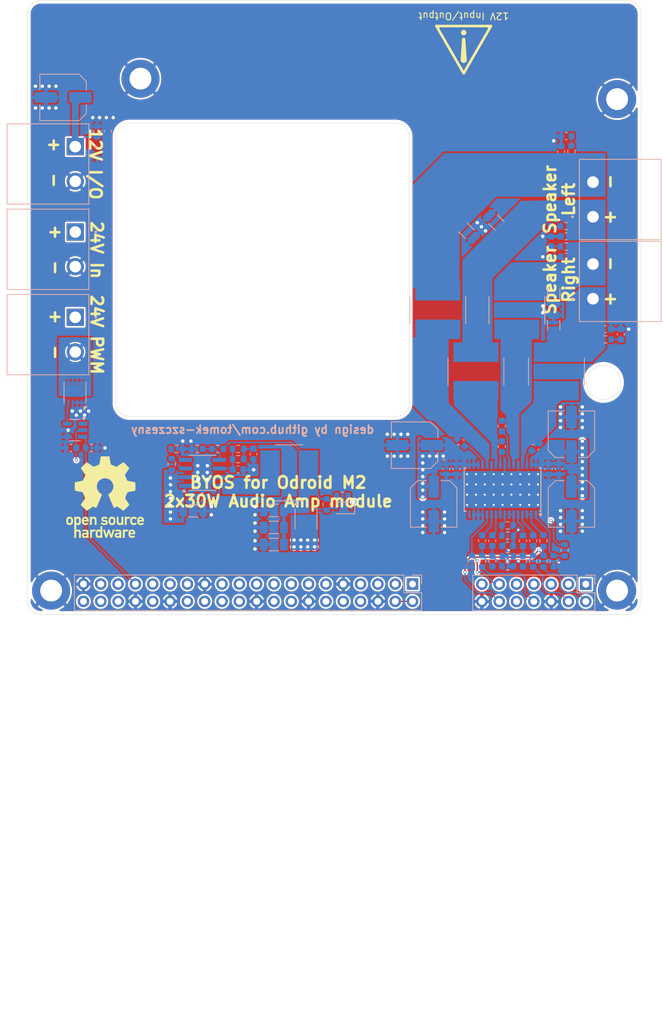
<source format=kicad_pcb>
(kicad_pcb (version 20240108) (generator "pcbnew") (generator_version "8.0")
  (layers (0 "F.Cu" signal) (1 "In1.Cu" signal) (2 "In2.Cu" signal) (31 "B.Cu" signal) (34 "B.Paste" user) (35 "F.Paste" user) (36 "B.SilkS" user "B.Silkscreen") (37 "F.SilkS" user "F.Silkscreen") (38 "B.Mask" user) (39 "F.Mask" user) (44 "Edge.Cuts" user))
  (net 0 "")
  (net 1 "GND")
  (net 2 "+3V3")
  (net 3 "/HPL")
  (net 4 "/GPIO3_C5")
  (net 5 "/POWER#")
  (net 6 "/GPIO4_B5")
  (net 7 "/GPIO3_C6")
  (net 8 "/RESET#")
  (net 9 "/HP_DET")
  (net 10 "/HPR")
  (net 11 "/MIC_IN_P")
  (net 12 "/GPIO3_C4")
  (net 13 "/GPIO3_C7")
  (net 14 "/ADC.AIN4")
  (net 15 "+24V")
  (net 16 "Net-(U201-SW)")
  (net 17 "Net-(U201-BST)")
  (net 18 "/GPIO1_B7")
  (net 19 "+5V")
  (net 20 "/GPIO1_B6")
  (net 21 "Net-(U201-COMP)")
  (net 22 "Net-(C204-Pad1)")
  (net 23 "/UART7_TX")
  (net 24 "Net-(U201-FB)")
  (net 25 "/GPIO1_B3")
  (net 26 "/ADC.AIN5")
  (net 27 "/GPIO3_D1")
  (net 28 "/GPIO4_B4")
  (net 29 "/GPIO1_B2")
  (net 30 "+1V8")
  (net 31 "+12V")
  (net 32 "/GPIO1_B4")
  (net 33 "Net-(C801-Pad2)")
  (net 34 "Net-(C801-Pad1)")
  (net 35 "Net-(C802-Pad2)")
  (net 36 "Net-(C802-Pad1)")
  (net 37 "Net-(U801-INPR)")
  (net 38 "Net-(U801-INNR)")
  (net 39 "Net-(U801-INPL)")
  (net 40 "Net-(U801-INNL)")
  (net 41 "Net-(U801-GVDD)")
  (net 42 "Net-(U801-BSPR)")
  (net 43 "Net-(U801-OUTPR)")
  (net 44 "Net-(U801-BSNR)")
  (net 45 "Net-(U801-OUTNR)")
  (net 46 "Net-(U801-OUTPL)")
  (net 47 "Net-(U801-BSPL)")
  (net 48 "Net-(U801-BNSL)")
  (net 49 "Net-(U801-OUTNL)")
  (net 50 "/Audio Power Amp/R+")
  (net 51 "/Audio Power Amp/R-")
  (net 52 "/Audio Power Amp/L+")
  (net 53 "/Audio Power Amp/L-")
  (net 54 "Net-(C828-Pad2)")
  (net 55 "Net-(C829-Pad2)")
  (net 56 "Net-(C830-Pad2)")
  (net 57 "Net-(C831-Pad2)")
  (net 58 "/UART9_RX")
  (net 59 "/PWM7_IR")
  (net 60 "/I2C6_SCL")
  (net 61 "/I2C6_SDA")
  (net 62 "/UART9_~{CTS}")
  (net 63 "/I2C5_SDA")
  (net 64 "/UART7_RX")
  (net 65 "/UART9_TX")
  (net 66 "/I2C5_SCL")
  (net 67 "/PWM15_IR")
  (net 68 "/UART9_~{RTS}")
  (net 69 "/I2C1_SCL")
  (net 70 "/PWM8")
  (net 71 "/I2C1_SDA")
  (net 72 "/PWM3_IR")
  (net 73 "Net-(J109-Pin_2)")
  (net 74 "Net-(Q101-G)")
  (net 75 "Net-(U201-EN)")
  (net 76 "Net-(U201-RT{slash}CLK)")
  (net 77 "Net-(U801-GAIN{slash}SLV)")
  (net 78 "Net-(U801-MODSEL)")
  (net 79 "Net-(U801-FAULTZ)")
  (net 82 "Net-(C206-Pad1)")
  (net 83 "Net-(D201-A)")
  (net 84 "/+3V3_1")
  (net 85 "/+3V3_2")
  (footprint "Symbol:Symbol_Attention_Triangle_8x7mm_Copper" (layer "F.Cu") (at 84 27.25 180)
    (property "Reference" "SYM102" (hide yes))
    (property "Value" "SYM_Radioactive_Large" (hide yes))
  )
  (footprint "Symbol:OSHW-Logo_11.4x12mm_SilkScreen" (layer "F.Cu") (at 31.4 92.8)
    (property "Reference" "SYM101" (hide yes))
    (property "Value" "Logo_Open_Hardware_Small" (hide yes))
  )
  (footprint "MountingHole:MountingHole_3.2mm_M3_DIN965_Pad" (layer "F.Cu") (at 23.5 106.5)
    (property "Reference" "H101" (hide yes))
    (property "Value" "M3")
  )
  (footprint "MountingHole:MountingHole_3.2mm_M3_DIN965_Pad" (layer "F.Cu") (at 106.5 34.5)
    (property "Reference" "H104" (hide yes))
    (property "Value" "M3")
  )
  (footprint "MountingHole:MountingHole_3.2mm_M3_DIN965_Pad" (layer "F.Cu") (at 106.5 106.5)
    (property "Reference" "H102" (hide yes))
    (property "Value" "M3")
  )
  (footprint "MountingHole:MountingHole_3.2mm_M3_DIN965_Pad" (layer "F.Cu") (at 36.6 31.5)
    (property "Reference" "H103" (hide yes))
    (property "Value" "M3")
  )
  (footprint "Resistor_SMD:R_0603_1608Metric" (layer "B.Cu") (at 85.2 102.2 90)
    (property "Reference" "R802" (hide yes))
    (property "Value" "10k")
  )
  (footprint "Resistor_SMD:R_0603_1608Metric" (layer "B.Cu") (at 94.2 102.2 90)
    (property "Reference" "R803" (hide yes))
    (property "Value" "360R")
  )
  (footprint "Capacitor_SMD:C_0603_1608Metric" (layer "B.Cu") (at 90.45 99.95 180)
    (property "Reference" "C807" (hide yes))
    (property "Value" "1u 16V")
  )
  (footprint "Resistor_SMD:R_0603_1608Metric" (layer "B.Cu") (at 50.925 87.25 180)
    (property "Reference" "R204" (hide yes))
    (property "Value" "910k")
  )
  (footprint "Capacitor_SMD:C_0603_1608Metric" (layer "B.Cu") (at 81.45 88.7 -90)
    (property "Reference" "C815" (hide yes))
    (property "Value" "100n 35V")
  )
  (footprint "Capacitor_SMD:C_0603_1608Metric" (layer "B.Cu") (at 99.05 39.925)
    (property "Reference" "C831" (hide yes))
    (property "Value" "1n 35V")
  )
  (footprint "Capacitor_SMD:C_0603_1608Metric" (layer "B.Cu") (at 96.45 88.7 -90)
    (property "Reference" "C814" (hide yes))
    (property "Value" "100n 35V")
  )
  (footprint "Capacitor_SMD:C_0603_1608Metric" (layer "B.Cu") (at 94.2 99.2 90)
    (property "Reference" "C803" (hide yes))
    (property "Value" "1u5")
  )
  (footprint "Resistor_SMD:R_0603_1608Metric" (layer "B.Cu") (at 104.8 69.7)
    (property "Reference" "R812" (hide yes))
    (property "Value" "3R3")
  )
  (footprint "Resistor_SMD:R_0603_1608Metric" (layer "B.Cu") (at 41.924999 85.75)
    (property "Reference" "R202" (hide yes))
    (property "Value" "200k")
  )
  (footprint "Capacitor_SMD:C_Elec_6.3x7.7" (layer "B.Cu") (at 99.8 93.8 -90)
    (property "Reference" "C820" (hide yes))
    (property "Value" "865080545012")
  )
  (footprint "Connector_PinSocket_2.54mm:PinSocket_2x07_P2.54mm_Vertical" (layer "B.Cu") (at 101.91 105.56 90)
    (property "Reference" "J102" (hide yes))
    (property "Value" "SSQ-107-03-T-D")
  )
  (footprint "Resistor_SMD:R_0603_1608Metric" (layer "B.Cu") (at 98.8 100.6 -90)
    (property "Reference" "R809" (hide yes))
    (property "Value" "0R")
  )
  (footprint "Resistor_SMD:R_0603_1608Metric" (layer "B.Cu") (at 90.45 102.95 180)
    (property "Reference" "R805" (hide yes))
    (property "Value" "360R")
  )
  (footprint "Resistor_SMD:R_0603_1608Metric" (layer "B.Cu") (at 97.2 102.2 90)
    (property "Reference" "R810" (hide yes))
    (property "Value" "0R")
  )
  (footprint "Capacitor_SMD:C_0603_1608Metric" (layer "B.Cu") (at 99.025 54.6)
    (property "Reference" "C824" (hide yes))
    (property "Value" "1n 35V")
  )
  (footprint "Capacitor_SMD:C_0603_1608Metric" (layer "B.Cu") (at 88.2 99.2 90)
    (property "Reference" "C805" (hide yes))
    (property "Value" "1u5")
  )
  (footprint "Capacitor_SMD:C_0603_1608Metric" (layer "B.Cu") (at 96.775 56.85 90)
    (property "Reference" "C829" (hide yes))
    (property "Value" "1n 35V")
  )
  (footprint "Capacitor_SMD:C_1206_3216Metric" (layer "B.Cu") (at 56.149999 94.75 180)
    (property "Reference" "C208" (hide yes))
    (property "Value" "22u 35V")
  )
  (footprint "Resistor_SMD:R_0603_1608Metric" (layer "B.Cu") (at 90.45 96.95)
    (property "Reference" "R807" (hide yes))
    (property "Value" "DNI")
  )
  (footprint "Capacitor_SMD:C_Elec_6.3x7.7" (layer "B.Cu") (at 99.8 83.6 90)
    (property "Reference" "C826" (hide yes))
    (property "Value" "865080545012")
  )
  (footprint "Inductor_SMD:L_Bourns_SRN8040TA" (layer "B.Cu") (at 85.8 74.4 90)
    (property "Reference" "L803" (hide yes))
    (property "Value" "SRN8040TA-100M")
  )
  (footprint "Resistor_SMD:R_0603_1608Metric" (layer "B.Cu") (at 99.8 42.175 90)
    (property "Reference" "R815" (hide yes))
    (property "Value" "3R3")
  )
  (footprint "local:AO_DFN3x3mm" (layer "B.Cu") (at 60.875 95.999999 -90)
    (property "Reference" "Q201" (hide yes))
    (property "Value" "AON7534")
  )
  (footprint "Diode_SMD:D_SOD-323F" (layer "B.Cu") (at 66.4 94.4 180)
    (property "Reference" "D201" (hide yes))
    (property "Value" "BAT54J")
  )
  (footprint "Resistor_SMD:R_0603_1608Metric" (layer "B.Cu") (at 66.2 92.6 180)
    (property "Reference" "R208" (hide yes))
    (property "Value" "100k")
  )
  (footprint "local:AO_DFN3x3mm" (layer "B.Cu") (at 27 77.5 90)
    (property "Reference" "Q101" (hide yes))
    (property "Value" "AON7534")
  )
  (footprint "Resistor_SMD:R_0603_1608Metric" (layer "B.Cu") (at 63.900001 93.9 -90)
    (property "Reference" "R207" (hide yes))
    (property "Value" "100k")
  )
  (footprint "Capacitor_SMD:C_0603_1608Metric" (layer "B.Cu") (at 89.6 85.4 90)
    (property "Reference" "C809" (hide yes))
    (property "Value" "220n 50V")
  )
  (footprint "Resistor_SMD:R_0603_1608Metric" (layer "B.Cu") (at 99.025 56.1 180)
    (property "Reference" "R813" (hide yes))
    (property "Value" "3R3")
  )
  (footprint "Resistor_SMD:R_0603_1608Metric" (layer "B.Cu") (at 41.175 88 -90)
    (property "Reference" "R201" (hide yes))
    (property "Value" "100k")
  )
  (footprint "Capacitor_SMD:C_0603_1608Metric" (layer "B.Cu") (at 53.174998 86.5 -90)
    (property "Reference" "C204" (hide yes))
    (property "Value" "2n7")
  )
  (footprint "libs:CUI_TBP01R1-508-02BE" (layer "B.Cu") (at 102.9625 63.74 90)
    (property "Reference" "J104" (hide yes))
    (property "Value" "CUI 5.08mm")
  )
  (footprint "Capacitor_SMD:C_Elec_6.3x7.7" (layer "B.Cu") (at 25.25 34.25 180)
    (property "Reference" "C105" (hide yes))
    (property "Value" "865080545012")
  )
  (footprint "Resistor_SMD:R_0603_1608Metric" (layer "B.Cu") (at 44.924998 85.75)
    (property "Reference" "R206" (hide yes))
    (property "Value" "13k")
  )
  (footprint "Resistor_SMD:R_0603_1608Metric" (layer "B.Cu") (at 47.924999 85.75)
    (property "Reference" "R205" (hide yes))
    (property "Value" "180k")
  )
  (footprint "libs:CUI_TBP01R1-508-02BE" (layer "B.Cu") (at 102.9625 51.74 90)
    (property "Reference" "J105" (hide yes))
    (property "Value" "CUI 5.08mm")
  )
  (footprint "Capacitor_SMD:C_0603_1608Metric" (layer "B.Cu") (at 96.775 53.85 90)
    (property "Reference" "C830" (hide yes))
    (property "Value" "1n 35V")
  )
  (footprint "Capacitor_SMD:C_0603_1608Metric" (layer "B.Cu") (at 104.8 68.2 180)
    (property "Reference" "C822" (hide yes))
    (property "Value" "1n 35V")
  )
  (footprint "Capacitor_SMD:C_0603_1608Metric" (layer "B.Cu") (at 97.95 88.7 -90)
    (property "Reference" "C812" (hide yes))
    (property "Value" "1n 35V")
  )
  (footprint "libs:CUI_TBP01R1-508-02BE" (layer "B.Cu") (at 27.0375 41.46 -90)
    (property "Reference" "J108" (hide yes))
    (property "Value" "CUI 5.08mm")
  )
  (footprint "Capacitor_SMD:C_0603_1608Metric" (layer "B.Cu") (at 82.95 88.7 -90)
    (property "Reference" "C813" (hide yes))
    (property "Value" "1n 35V")
  )
  (footprint "Resistor_SMD:R_0603_1608Metric" (layer "B.Cu") (at 90.45 98.45)
    (property "Reference" "R808" (hide yes))
    (property "Value" "5k6")
  )
  (footprint "Capacitor_SMD:C_0603_1608Metric" (layer "B.Cu") (at 45.674999 92.75)
    (property "Reference" "C202" (hide yes))
    (property "Value" "100n 16V")
  )
  (footprint "Resistor_SMD:R_0603_1608Metric" (layer "B.Cu") (at 95.7 99.2 90)
    (property "Reference" "R811" (hide yes))
    (property "Value" "1k")
  )
  (footprint "Capacitor_SMD:C_0603_1608Metric" (layer "B.Cu") (at 50.924999 88.749999)
    (property "Reference" "C203" (hide yes))
    (property "Value" "15p")
  )
  (footprint "Capacitor_SMD:C_0603_1608Metric" (layer "B.Cu") (at 88.2 102.2 -90)
    (property "Reference" "C802" (hide yes))
    (property "Value" "10n")
  )
  (footprint "Capacitor_SMD:C_0603_1608Metric" (layer "B.Cu") (at 83.6 84.8 135)
    (property "Reference" "C810" (hide yes))
    (property "Value" "220n 50V")
  )
  (footprint "Capacitor_SMD:C_1206_3216Metric" (layer "B.Cu") (at 97.2 67.6 90)
    (property "Reference" "C816" (hide yes))
    (property "Value" "680n 35V")
  )
  (footprint "Capacitor_SMD:C_1206_3216Metric" (layer "B.Cu") (at 97.2 63 -90)
    (property "Reference" "C817" (hide yes))
    (property "Value" "680n 35V")
  )
  (footprint "Capacitor_SMD:C_0603_1608Metric" (layer "B.Cu") (at 89.6 82.4 90)
    (property "Reference" "C808" (hide yes))
    (property "Value" "220n 50V")
  )
  (footprint "Inductor_SMD:L_Bourns_SRN8040TA" (layer "B.Cu") (at 80.2 65.4 90)
    (property "Reference" "L804" (hide yes))
    (property "Value" "SRN8040TA-100M")
  )
  (footprint "Capacitor_SMD:C_0603_1608Metric" (layer "B.Cu") (at 99.025 57.6)
    (property "Reference" "C823" (hide yes))
    (property "Value" "1n 35V")
  )
  (footprint "Capacitor_SMD:C_0603_1608Metric" (layer "B.Cu") (at 26.4 85.6 180)
    (property "Reference" "C101" (hide yes))
    (property "Value" "100n 25V")
  )
  (footprint "Inductor_SMD:L_Bourns_SRN8040TA" (layer "B.Cu") (at 91.8 65.4 90)
    (property "Reference" "L802" (hide yes))
    (property "Value" "SRN8040TA-100M")
  )
  (footprint "Capacitor_SMD:C_0603_1608Metric" (layer "B.Cu") (at 94.548008 85.451992 45)
    (property "Reference" "C832" (hide yes))
    (property "Value" "220n 50V")
  )
  (footprint "Capacitor_SMD:C_0603_1608Metric" (layer "B.Cu") (at 86.7 99.2 90)
    (property "Reference" "C806" (hide yes))
    (property "Value" "1u5")
  )
  (footprint "Resistor_SMD:R_0603_1608Metric" (layer "B.Cu") (at 99.025 53.1 180)
    (property "Reference" "R814" (hide yes))
    (property "Value" "3R3")
  )
  (footprint "Capacitor_SMD:C_0603_1608Metric" (layer "B.Cu") (at 92.7 99.2 90)
    (property "Reference" "C804" (hide yes))
    (property "Value" "1u5")
  )
  (footprint "Resistor_SMD:R_0603_1608Metric" (layer "B.Cu") (at 29.4 85.6 180)
    (property "Reference" "R105" (hide yes))
    (property "Value" "10k")
  )
  (footprint "Package_SO:HTSSOP-32-1EP_6.1x11mm_P0.65mm_EP5.2x11mm_Mask4.11x4.36mm_ThermalVias" (layer "B.Cu") (at 89.7 91.7 90)
    (property "Reference" "U801" (hide yes))
    (property "Value" "TPA3118D2")
  )
  (footprint "Package_TO_SOT_SMD:SOT-23-5" (layer "B.Cu") (at 27 83 180)
    (property "Reference" "U101" (hide yes))
    (property "Value" "MCP1416")
  )
  (footprint "Resistor_SMD:R_0603_1608Metric" (layer "B.Cu") (at 90.45 101.45)
    (property "Reference" "R804" (hide yes))
    (property "Value" "360R")
  )
  (footprint "Resistor_SMD:R_0603_1608Metric" (layer "B.Cu") (at 50.924999 85.75 180)
    (property "Reference" "R203" (hide yes))
    (property "Value" "39k")
  )
  (footprint "libs:CUI_TBP01R1-508-02BE" (layer "B.Cu") (at 27.0375 53.96 -90)
    (property "Reference" "J101" (hide yes))
    (property "Value" "CUI 5.08mm")
  )
  (footprint "libs:CUI_TBP01R1-508-02BE" (layer "B.Cu") (at 27.0375 66.46 -90)
    (property "Reference" "J109" (hide yes))
    (property "Value" "CUI 5.08mm")
  )
  (footprint "Inductor_SMD:L_Bourns_SRN8040TA" (layer "B.Cu") (at 58.424999 89.25)
    (property "Reference" "L202" (hide yes))
    (property "Value" "SRN8040TA-100M")
  )
  (footprint "Capacitor_SMD:C_1206_3216Metric" (layer "B.Cu") (at 56.149999 99.75 180)
    (property "Reference" "C207" (hide yes))
    (property "Value" "22u 35V")
  )
  (footprint "Package_SO:SOIC-8-1EP_3.9x4.9mm_P1.27mm_EP2.62x3.51mm" (layer "B.Cu") (at 45.675 89.25)
    (property "Reference" "U201" (hide yes))
    (property "Value" "AP64500")
  )
  (footprint "Resistor_SMD:R_0603_1608Metric" (layer "B.Cu") (at 95.7 102.2 90)
    (property "Reference" "R801" (hide yes))
    (property "Value" "10k")
  )
  (footprint "Inductor_SMD:L_Bourns_SRN8040TA" (layer "B.Cu") (at 97.6 74.4 90)
    (property "Reference" "L801" (hide yes))
    (property "Value" "SRN8040TA-100M")
  )
  (footprint "Capacitor_SMD:C_0603_1608Metric" (layer "B.Cu") (at 107.05 68.950001 -90)
    (property "Reference" "C828" (hide yes))
    (property "Value" "1n 35V")
  )
  (footprint "Connector_PinSocket_2.54mm:PinSocket_2x20_P2.54mm_Vertical" (layer "B.Cu") (at 76.5002 105.5424 90)
    (property "Reference" "J103" (hide yes))
    (property "Value" "SSQ-120-03-T-D")
  )
  (footprint "Capacitor_SMD:C_Elec_6.3x7.7" (layer "B.Cu") (at 76.8 85.2 180)
    (property "Reference" "C827" (hide yes))
    (property "Value" "865080545012")
  )
  (footprint "Capacitor_SMD:C_1206_3216Metric" (layer "B.Cu") (at 84.4 53.8 -45)
    (property "Reference" "C819" (hide yes))
    (property "Value" "680n 35V")
  )
  (footprint "Resistor_SMD:R_0603_1608Metric" (layer "B.Cu") (at 86.7 102.2 90)
    (property "Reference" "R806" (hide yes))
    (property "Value" "360R")
  )
  (footprint "Capacitor_SMD:C_Elec_6.3x7.7" (layer "B.Cu") (at 79.6 93.8 -90)
    (property "Reference" "C821" (hide yes))
    (property "Value" "865080545012")
  )
  (footprint "Capacitor_SMD:C_1206_3216Metric" (layer "B.Cu") (at 56.149999 97.25 180)
    (property "Reference" "C206" (hide yes))
    (property "Value" "22u 35V")
  )
  (footprint "Capacitor_SMD:C_0603_1608Metric" (layer "B.Cu") (at 31.8 39.2 90)
    (property "Reference" "C104" (hide yes))
    (property "Value" "100n 35V")
  )
  (footprint "Capacitor_SMD:C_0603_1608Metric" (layer "B.Cu") (at 92.7 102.2 -90)
    (property "Reference" "C801" (hide yes))
    (property "Value" "10n")
  )
  (footprint "Capacitor_SMD:C_1206_3216Metric" (layer "B.Cu") (at 44.324999 94.8)
    (property "Reference" "C201" (hide yes))
    (property "Value" "10u 50V")
  )
  (footprint "Capacitor_SMD:C_0603_1608Metric" (layer "B.Cu") (at 98.3 42.175 -90)
    (property "Reference" "C825" (hide yes))
    (property "Value" "1n 35V")
  )
  (footprint "Capacitor_SMD:C_1206_3216Metric" (layer "B.Cu") (at 88.8 52.6 135)
    (property "Reference" "C818" (hide yes))
    (property "Value" "680n 35V")
  )
  (footprint "Capacitor_SMD:C_0603_1608Metric" (layer "B.Cu") (at 30.25 39.2 90)
    (property "Reference" "C103" (hide yes))
    (property "Value" "1n 35V")
  )
  (gr_rect (start 83.6 88.5) (end 95.6 95.1) (stroke (width 0.2)) (fill solid) (layer "F.Cu") (net 1))
  (gr_rect (start 83.8 89.1) (end 95.6 94.3) (stroke (width 0.2)) (fill solid) (layer "B.Cu") (net 1))
  (gr_arc (start 108 20) (mid 109.414214 20.585786) (end 110 22) (stroke (width 0.05)) (layer "Edge.Cuts"))
  (gr_line (start 35 81) (end 74 81) (stroke (width 0.05)) (layer "Edge.Cuts"))
  (gr_arc (start 33 40) (mid 33.585786 38.585786) (end 35 38) (stroke (width 0.05)) (layer "Edge.Cuts"))
  (gr_line (start 74 38) (end 35 38) (stroke (width 0.05)) (layer "Edge.Cuts"))
  (gr_line (start 33 40) (end 33 79) (stroke (width 0.05)) (layer "Edge.Cuts"))
  (gr_arc (start 74 38) (mid 75.414214 38.585786) (end 76 40) (stroke (width 0.05)) (layer "Edge.Cuts"))
  (gr_line (start 76 79) (end 76 40) (stroke (width 0.05)) (layer "Edge.Cuts"))
  (gr_line (start 110 108) (end 110 22) (stroke (width 0.05)) (layer "Edge.Cuts"))
  (gr_arc (start 22 110) (mid 20.585786 109.414214) (end 20 108) (stroke (width 0.05)) (layer "Edge.Cuts"))
  (gr_arc (start 76 79) (mid 75.414214 80.414214) (end 74 81) (stroke (width 0.05)) (layer "Edge.Cuts"))
  (gr_arc (start 110 108) (mid 109.414214 109.414214) (end 108 110) (stroke (width 0.05)) (layer "Edge.Cuts"))
  (gr_line (start 20 22) (end 20 108) (stroke (width 0.05)) (layer "Edge.Cuts"))
  (gr_arc (start 35 81) (mid 33.585786 80.414214) (end 33 79) (stroke (width 0.05)) (layer "Edge.Cuts"))
  (gr_line (start 108 20) (end 22 20) (stroke (width 0.05)) (layer "Edge.Cuts"))
  (gr_line (start 22 110) (end 108 110) (stroke (width 0.05)) (layer "Edge.Cuts"))
  (gr_circle (center 104.5 76) (end 107 76) (stroke (width 0.05)) (fill none) (layer "Edge.Cuts"))
  (gr_arc (start 20 22) (mid 20.585786 20.585786) (end 22 20) (stroke (width 0.05)) (layer "Edge.Cuts"))
  (gr_text "design by github.com/tomek-szczesny" (at 71 83.6 0) (layer "B.SilkS") (effects (font (size 1.2 1.2) (thickness 0.25) (bold yes)) (justify left bottom mirror)))
  (gr_text "+" (at 106.4 51.8 90) (layer "F.SilkS") (effects (font (size 1.7 1.7) (thickness 0.375) (bold yes)) (justify bottom)))
  (gr_text "+" (at 106.4 63.8 90) (layer "F.SilkS") (effects (font (size 1.7 1.7) (thickness 0.375) (bold yes)) (justify bottom)))
  (gr_text "24V In" (at 29.2 56.6 270) (layer "F.SilkS") (effects (font (size 1.7 1.7) (thickness 0.375) (bold yes)) (justify bottom)))
  (gr_text "Speaker\nLeft" (at 100.4 49.2 90) (layer "F.SilkS") (effects (font (size 1.7 1.7) (thickness 0.375) (bold yes)) (justify bottom)))
  (gr_text "-" (at 106.4 58.6 90) (layer "F.SilkS") (effects (font (size 1.7 1.7) (thickness 0.375) (bold yes)) (justify bottom)))
  (gr_text "12V Input/Output" (at 84 21.75 180) (layer "F.SilkS") (effects (font (size 1 1)) (justify bottom)))
  (gr_text "12V I/O" (at 29 44 270) (layer "F.SilkS") (effects (font (size 1.7 1.7) (thickness 0.375) (bold yes)) (justify bottom)))
  (gr_text "-" (at 23 46.4 -90) (layer "F.SilkS") (effects (font (size 1.7 1.7) (thickness 0.375) (bold yes)) (justify bottom)))
  (gr_text "24V PWM" (at 29.2 69 270) (layer "F.SilkS") (effects (font (size 1.7 1.7) (thickness 0.375) (bold yes)) (justify bottom)))
  (gr_text "+" (at 23 41.200001 -90) (layer "F.SilkS") (effects (font (size 1.7 1.7) (thickness 0.375) (bold yes)) (justify bottom)))
  (gr_text "+" (at 23.2 66.4 -90) (layer "F.SilkS") (effects (font (size 1.7 1.7) (thickness 0.375) (bold yes)) (justify bottom)))
  (gr_text "-" (at 23.2 59.2 -90) (layer "F.SilkS") (effects (font (size 1.7 1.7) (thickness 0.375) (bold yes)) (justify bottom)))
  (gr_text "-" (at 106.4 46.6 90) (layer "F.SilkS") (effects (font (size 1.7 1.7) (thickness 0.375) (bold yes)) (justify bottom)))
  (gr_text "-" (at 23.2 71.6 -90) (layer "F.SilkS") (effects (font (size 1.7 1.7) (thickness 0.375) (bold yes)) (justify bottom)))
  (gr_text "BYOS for Odroid M2\n2x30W Audio Amp module" (at 56.8 94.4 0) (layer "F.SilkS") (effects (font (size 1.7 1.7) (thickness 0.375) (bold yes)) (justify bottom)))
  (gr_text "+" (at 23.2 54 -90) (layer "F.SilkS") (effects (font (size 1.7 1.7) (thickness 0.375) (bold yes)) (justify bottom)))
  (gr_text "Speaker\nRight" (at 100.4 61 90) (layer "F.SilkS") (effects (font (size 1.7 1.7) (thickness 0.375) (bold yes)) (justify bottom)))
  (via (at 98.2 96.8) (size 0.7) (drill 0.5) (layers "F.Cu" "B.Cu") (net 1))
  (via (at 45 88.2) (size 0.7) (drill 0.5) (layers "F.Cu" "B.Cu") (net 1))
  (via (at 108.2 68.2) (size 0.7) (drill 0.5) (layers "F.Cu" "B.Cu") (net 1))
  (via (at 72.8 83.6) (size 0.7) (drill 0.5) (layers "F.Cu" "B.Cu") (net 1))
  (via (at 45 89.2) (size 0.7) (drill 0.5) (layers "F.Cu" "B.Cu") (net 1))
  (via (at 81.2 96) (size 0.7) (drill 0.5) (layers "F.Cu" "B.Cu") (net 1))
  (via (at 101.4 81.6) (size 0.7) (drill 0.5) (layers "F.Cu" "B.Cu") (net 1))
  (via (at 29.6 37.2) (size 0.7) (drill 0.5) (layers "F.Cu" "B.Cu") (net 1))
  (via (at 46.4 89.2) (size 0.7) (drill 0.5) (layers "F.Cu" "B.Cu") (net 1))
  (via (at 21.2 35.8) (size 0.7) (drill 0.5) (layers "F.Cu" "B.Cu") (net 1))
  (via (at 22.199999 32.6) (size 0.7) (drill 0.5) (layers "F.Cu" "B.Cu") (net 1))
  (via (at 78 95) (size 0.7) (drill 0.5) (layers "F.Cu" "B.Cu") (net 1))
  (via (at 90.4 102.2) (size 0.45) (drill 0.3) (layers "F.Cu" "B.Cu") (net 1))
  (via (at 78 97) (size 0.7) (drill 0.5) (layers "F.Cu" "B.Cu") (net 1))
  (via (at 97.2 40.6) (size 0.7) (drill 0.5) (layers "F.Cu" "B.Cu") (net 1))
  (via (at 86 52.6) (size 0.7) (drill 0.5) (layers "F.Cu" "B.Cu") (net 1))
  (via (at 26 83) (size 0.7) (drill 0.5) (layers "F.Cu" "B.Cu") (net 1))
  (via (at 101.4 96.8) (size 0.7) (drill 0.5) (layers "F.Cu" "B.Cu") (net 1))
  (via (at 101.4 97.8) (size 0.7) (drill 0.5) (layers "F.Cu" "B.Cu") (net 1))
  (via (at 31.4 85.6) (size 0.7) (drill 0.5) (layers "F.Cu" "B.Cu") (net 1))
  (via (at 46.4 88.2) (size 0.7) (drill 0.5) (layers "F.Cu" "B.Cu") (net 1))
  (via (at 30.6 37.2) (size 0.7) (drill 0.5) (layers "F.Cu" "B.Cu") (net 1))
  (via (at 98.2 79.6) (size 0.7) (drill 0.5) (layers "F.Cu" "B.Cu") (net 1))
  (via (at 78 98) (size 0.7) (drill 0.5) (layers "F.Cu" "B.Cu") (net 1))
  (via (at 32.6 37.2) (size 0.7) (drill 0.5) (layers "F.Cu" "B.Cu") (net 1))
  (via (at 81.2 98) (size 0.7) (drill 0.5) (layers "F.Cu" "B.Cu") (net 1))
  (via (at 24.2 35.8) (size 0.7) (drill 0.5) (layers "F.Cu" "B.Cu") (net 1))
  (via (at 53.4 97.8) (size 0.7) (drill 0.5) (layers "F.Cu" "B.Cu") (net 1))
  (via (at 42.8 84.6) (size 0.7) (drill 0.5) (layers "F.Cu" "B.Cu") (net 1))
  (via (at 95.6 54.6) (size 0.7) (drill 0.5) (layers "F.Cu" "B.Cu") (net 1))
  (via (at 95.6 57.6) (size 0.7) (drill 0.5) (layers "F.Cu" "B.Cu") (net 1))
  (via (at 98.2 94.8) (size 0.7) (drill 0.5) (layers "F.Cu" "B.Cu") (net 1))
  (via (at 74.8 86.8) (size 0.7) (drill 0.5) (layers "F.Cu" "B.Cu") (net 1))
  (via (at 23.2 32.6) (size 0.7) (drill 0.5) (layers "F.Cu" "B.Cu") (net 1))
  (via (at 87.2 53.8) (size 0.7) (drill 0.5) (layers "F.Cu" "B.Cu") (net 1))
  (via (at 72.8 86.8) (size 0.7) (drill 0.5) (layers "F.Cu" "B.Cu") (net 1))
  (via (at 53.4 99.2) (size 0.7) (drill 0.5) (layers "F.Cu" "B.Cu") (net 1))
  (via (at 86.6 53.2) (size 0.7) (drill 0.5) (layers "F.Cu" "B.Cu") (net 1))
  (via (at 98.2 82.6) (size 0.7) (drill 0.5) (layers "F.Cu" "B.Cu") (net 1))
  (via (at 101.4 82.6) (size 0.7) (drill 0.5) (layers "F.Cu" "B.Cu") (net 1))
  (via (at 53.4 94.2) (size 0.7) (drill 0.5) (layers "F.Cu" "B.Cu") (net 1))
  (via (at 28.4 80.8) (size 0.7) (drill 0.5) (layers "F.Cu" "B.Cu") (net 1))
  (via (at 75.8 83.6) (size 0.7) (drill 0.5) (layers "F.Cu" "B.Cu") (net 1))
  (via (at 101.4 80.6) (size 0.7) (drill 0.5) (layers "F.Cu" "B.Cu") (net 1))
  (via (at 81.2 97) (size 0.7) (drill 0.5) (layers "F.Cu" "B.Cu") (net 1))
  (via (at 47 94.2) (size 0.7) (drill 0.5) (layers "F.Cu" "B.Cu") (net 1))
  (via (at 24.2 32.6) (size 0.7) (drill 0.5) (layers "F.Cu" "B.Cu") (net 1))
  (via (at 101.4 94.8) (size 0.7) (drill 0.5) (layers "F.Cu" "B.Cu") (net 1))
  (via (at 53.4 95.4) (size 0.7) (drill 0.5) (layers "F.Cu" "B.Cu") (net 1))
  (via (at 101.4 79.6) (size 0.7) (drill 0.5) (layers "F.Cu" "B.Cu") (net 1))
  (via (at 22.2 35.8) (size 0.7) (drill 0.5) (layers "F.Cu" "B.Cu") (net 1))
  (via (at 78 96) (size 0.7) (drill 0.5) (layers "F.Cu" "B.Cu") (net 1))
  (via (at 75.8 86.8) (size 0.7) (drill 0.5) (layers "F.Cu" "B.Cu") (net 1))
  (via (at 26.6 80.2) (size 0.7) (drill 0.5) (layers "F.Cu" "B.Cu") (net 1))
  (via (at 98.2 97.8) (size 0.7) (drill 0.5) (layers "F.Cu" "B.Cu") (net 1))
  (via (at 95.6 65.8) (size 0.7) (drill 0.5) (layers "F.Cu" "B.Cu") (net 1))
  (via (at 21.2 32.6) (size 0.7) (drill 0.5) (layers "F.Cu" "B.Cu") (net 1))
  (via (at 101.4 95.8) (size 0.7) (drill 0.5) (layers "F.Cu" "B.Cu") (net 1))
  (via (at 92 97.6) (size 0.45) (drill 0.3) (layers "F.Cu" "B.Cu") (net 1))
  (via (at 27.2 80.8) (size 0.7) (drill 0.5) (layers "F.Cu" "B.Cu") (net 1))
  (via (at 73.8 86.8) (size 0.7) (drill 0.5) (layers "F.Cu" "B.Cu") (net 1))
  (via (at 90.6 100.6) (size 0.45) (drill 0.3) (layers "F.Cu" "B.Cu") (net 1))
  (via (at 53.2 88.8) (size 0.7) (drill 0.5) (layers "F.Cu" "B.Cu") (net 1))
  (via (at 45 90.2) (size 0.7) (drill 0.5) (layers "F.Cu" "B.Cu") (net 1))
  (via (at 74.8 83.6) (size 0.7) (drill 0.5) (layers "F.Cu" "B.Cu") (net 1))
  (via (at 53.4 100.4) (size 0.7) (drill 0.5) (layers "F.Cu" "B.Cu") (net 1))
  (via (at 98.2 81.6) (size 0.7) (drill 0.5) (layers "F.Cu" "B.Cu") (net 1))
  (via (at 29 80.2) (size 0.7) (drill 0.5) (layers "F.Cu" "B.Cu") (net 1))
  (via (at 81.2 95) (size 0.7) (drill 0.5) (layers "F.Cu" "B.Cu") (net 1))
  (via (at 92 102.2) (size 0.45) (drill 0.3) (layers "F.Cu" "B.Cu") (net 1))
  (via (at 95.6 64.8) (size 0.7) (drill 0.5) (layers "F.Cu" "B.Cu") (net 1))
  (via (at 98.2 95.8) (size 0.7) (drill 0.5) (layers "F.Cu" "B.Cu") (net 1))
  (via (at 98.2 80.6) (size 0.7) (drill 0.5) (layers "F.Cu" "B.Cu") (net 1))
  (via (at 31.6 37.2) (size 0.7) (drill 0.5) (layers "F.Cu" "B.Cu") (net 1))
  (via (at 27.8 80.2) (size 0.7) (drill 0.5) (layers "F.Cu" "B.Cu") (net 1))
  (via (at 44 84.6) (size 0.7) (drill 0.5) (layers "F.Cu" "B.Cu") (net 1))
  (via (at 47 95.4) (size 0.7) (drill 0.5) (layers "F.Cu" "B.Cu") (net 1))
  (via (at 23.2 35.8) (size 0.7) (drill 0.5) (layers "F.Cu" "B.Cu") (net 1))
  (via (at 98 102.4) (size 0.45) (drill 0.3) (layers "F.Cu" "B.Cu") (net 1))
  (via (at 73.8 83.6) (size 0.7) (drill 0.5) (layers "F.Cu" "B.Cu") (net 1))
  (via (at 53.4 96.6) (size 0.7) (drill 0.5) (layers "F.Cu" "B.Cu") (net 1))
  (via (at 46.4 90.2) (size 0.7) (drill 0.5) (layers "F.Cu" "B.Cu") (net 1))
  (segment (start 88.075 89.125) (end 88.4 89.45) (width 0.2) (layer "B.Cu") (net 1))
  (segment (start 97.2 103.2) (end 98 102.4) (width 0.2) (layer "B.Cu") (net 1))
  (segment (start 89.375 95.35) (end 89.375 94.275) (width 0.2) (layer "B.Cu") (net 1))
  (segment (start 89.375 94.275) (end 89.7 93.95) (width 0.2) (layer "B.Cu") (net 1))
  (segment (start 90.025 89.125) (end 89.7 89.45) (width 0.2) (layer "B.Cu") (net 1))
  (segment (start 85.475 94.275) (end 85.8 93.95) (width 0.2) (layer "B.Cu") (net 1))
  (segment (start 86.125 94.275) (end 85.8 93.95) (width 0.2) (layer "B.Cu") (net 1))
  (segment (start 89.625 101.45) (end 89.65 101.45) (width 0.2) (layer "B.Cu") (net 1))
  (segment (start 91.225 99.95) (end 91.225 99.975) (width 0.2) (layer "B.Cu") (net 1))
  (segment (start 91.975 89.125) (end 92.3 89.45) (width 0.2) (layer "B.Cu") (net 1))
  (segment (start 86.775 95.35) (end 86.775 94.275) (width 0.2) (layer "B.Cu") (net 1))
  (segment (start 91.225 99.975) (end 90.6 100.6) (width 0.2) (layer "B.Cu") (net 1))
  (segment (start 97.2 103.025) (end 97.2 103.2) (width 0.2) (layer "B.Cu") (net 1))
  (segment (start 86.125 95.35) (end 86.125 94.275) (width 0.2) (layer "B.Cu") (net 1))
  (segment (start 88.075 88.05) (end 88.075 89.125) (width 0.2) (layer "B.Cu") (net 1))
  (segment (start 91.275 102.925) (end 92 102.2) (width 0.2) (layer "B.Cu") (net 1))
  (segment (start 89.65 101.45) (end 90.4 102.2) (width 0.2) (layer "B.Cu") (net 1))
  (segment (start 90.025 88.05) (end 90.025 89.125) (width 0.2) (layer "B.Cu") (net 1))
  (segment (start 86.775 94.275) (end 87.1 93.95) (width 0.2) (layer "B.Cu") (net 1))
  (segment (start 91.275 98.45) (end 91.275 98.325) (width 0.2) (layer "B.Cu") (net 1))
  (segment (start 91.975 88.05) (end 91.975 89.125) (width 0.2) (layer "B.Cu") (net 1))
  (segment (start 85.475 95.35) (end 85.475 94.275) (width 0.2) (layer "B.Cu") (net 1))
  (segment (start 91.275 102.95) (end 91.275 102.925) (width 0.2) (layer "B.Cu") (net 1))
  (segment (start 91.275 98.325) (end 92 97.6) (width 0.2) (layer "B.Cu") (net 1))
  (segment (start 98.22 104.72) (end 98.22 106.22) (width 0.2) (layer "B.Cu") (net 2))
  (segment (start 95.7 103.025) (end 95.7 103.2) (width 0.2) (layer "B.Cu") (net 2))
  (segment (start 98.22 106.22) (end 98.75 106.75) (width 0.2) (layer "B.Cu") (net 2))
  (segment (start 95.7 103.2) (end 96.5 104) (width 0.2) (layer "B.Cu") (net 2))
  (segment (start 97.5 104) (end 98.22 104.72) (width 0.2) (layer "B.Cu") (net 2))
  (segment (start 98.75 106.75) (end 100.56 106.75) (width 0.2) (layer "B.Cu") (net 2))
  (segment (start 96.5 104) (end 97.5 104) (width 0.2) (layer "B.Cu") (net 2))
  (segment (start 100.56 106.75) (end 101.91 108.1) (width 0.2) (layer "B.Cu") (net 2))
  (segment (start 93 106.81) (end 94.29 108.1) (width 0.2) (layer "B.Cu") (net 3))
  (segment (start 92.4 104) (end 93 104.6) (width 0.2) (layer "B.Cu") (net 3))
  (segment (start 86.7 103.025) (end 87.675 104) (width 0.2) (layer "B.Cu") (net 3))
  (segment (start 87.675 104) (end 92.4 104) (width 0.2) (layer "B.Cu") (net 3))
  (segment (start 93 104.6) (end 93 106.81) (width 0.2) (layer "B.Cu") (net 3))
  (segment (start 84.2 102.4) (end 85 101.6) (width 0.2) (layer "F.Cu") (net 4))
  (segment (start 85 101.6) (end 94 101.6) (width 0.2) (layer "F.Cu") (net 4))
  (segment (start 84.2 103.8) (end 84.2 102.4) (width 0.2) (layer "F.Cu") (net 4))
  (segment (start 94 101.6) (end 95 100.6) (width 0.2) (layer "F.Cu") (net 4))
  (via (at 95 100.6) (size 0.45) (drill 0.3) (layers "F.Cu" "B.Cu") (net 4))
  (via (at 84.2 103.8) (size 0.45) (drill 0.3) (layers "F.Cu" "B.Cu") (net 4))
  (segment (start 95.7 100.025) (end 95.7 101.375) (width 0.2) (layer "B.Cu") (net 4))
  (segment (start 89.21 108.1) (end 87.91 106.8) (width 0.2) (layer "B.Cu") (net 4))
  (segment (start 84.2 105) (end 84.2 103.8) (width 0.2) (layer "B.Cu") (net 4))
  (segment (start 86 106.8) (end 84.2 105) (width 0.2) (layer "B.Cu") (net 4))
  (segment (start 95.7 101.3) (end 95 100.6) (width 0.2) (layer "B.Cu") (net 4))
  (segment (start 95.7 101.375) (end 95.7 101.3) (width 0.2) (layer "B.Cu") (net 4))
  (segment (start 87.91 106.8) (end 86 106.8) (width 0.2) (layer "B.Cu") (net 4))
  (segment (start 96.2 106.8) (end 98.07 106.8) (width 0.2) (layer "B.Cu") (net 10))
  (segment (start 94.2 103.025) (end 95.6 104.425) (width 0.2) (layer "B.Cu") (net 10))
  (segment (start 95.6 104.425) (end 95.6 106.2) (width 0.2) (layer "B.Cu") (net 10))
  (segment (start 98.07 106.8) (end 99.37 108.1) (width 0.2) (layer "B.Cu") (net 10))
  (segment (start 95.6 106.2) (end 96.2 106.8) (width 0.2) (layer "B.Cu") (net 10))
  (segment (start 86 103.8) (end 86 102.2) (width 0.2) (layer "F.Cu") (net 12))
  (via (at 86 102.2) (size 0.45) (drill 0.3) (layers "F.Cu" "B.Cu") (net 12))
  (via (at 86 103.8) (size 0.45) (drill 0.3) (layers "F.Cu" "B.Cu") (net 12))
  (segment (start 86.8 103.8) (end 86 103.8) (width 0.2) (layer "B.Cu") (net 12))
  (segment (start 85.2 98.7) (end 87.425 96.475) (width 0.2) (layer "B.Cu") (net 12))
  (segment (start 88.56 105.56) (end 86.8 103.8) (width 0.2) (layer "B.Cu") (net 12))
  (segment (start 89.21 105.56) (end 88.56 105.56) (width 0.2) (layer "B.Cu") (net 12))
  (segment (start 85.2 101.375) (end 85.2 98.7) (width 0.2) (layer "B.Cu") (net 12))
  (segment (start 86 102.175) (end 85.2 101.375) (width 0.2) (layer "B.Cu") (net 12))
  (segment (start 87.425 96.475) (end 87.425 95.35) (width 0.2) (layer "B.Cu") (net 12))
  (segment (start 86 102.2) (end 86 102.175) (width 0.2) (layer "B.Cu") (net 12))
  (via (at 41 94) (size 0.7) (drill 0.5) (layers "F.Cu" "B.Cu") (net 15))
  (via (at 78 88.8) (size 0.7) (drill 0.5) (layers "F.Cu" "B.Cu") (net 15))
  (via (at 80 86.8) (size 0.7) (drill 0.5) (layers "F.Cu" "B.Cu") (net 15))
  (via (at 101.400001 89.6) (size 0.7) (drill 0.5) (layers "F.Cu" "B.Cu") (net 15))
  (via (at 81 86.8) (size 0.7) (drill 0.5) (layers "F.Cu" "B.Cu") (net 15))
  (via (at 78 91.8) (size 0.7) (drill 0.5) (layers "F.Cu" "B.Cu") (net 15))
  (via (at 78 87.8) (size 0.7) (drill 0.5) (layers "F.Cu" "B.Cu") (net 15))
  (via (at 78 86.8) (size 0.7) (drill 0.5) (layers "F.Cu" "B.Cu") (net 15))
  (via (at 79 86.8) (size 0.7) (drill 0.5) (layers "F.Cu" "B.Cu") (net 15))
  (via (at 41 96) (size 0.7) (drill 0.5) (layers "F.Cu" "B.Cu") (net 15))
  (via (at 101.4 88.6) (size 0.7) (drill 0.5) (layers "F.Cu" "B.Cu") (net 15))
  (via (at 101.4 90.6) (size 0.7) (drill 0.5) (layers "F.Cu" "B.Cu") (net 15))
  (via (at 41 93) (size 0.7) (drill 0.5) (layers "F.Cu" "B.Cu") (net 15))
  (via (at 41 92) (size 0.7) (drill 0.5) (layers "F.Cu" "B.Cu") (net 15))
  (via (at 78 89.8) (size 0.7) (drill 0.5) (layers "F.Cu" "B.Cu") (net 15))
  (via (at 101.4 85.599999) (size 0.7) (drill 0.5) (layers "F.Cu" "B.Cu") (net 15))
  (via (at 101.4 91.6) (size 0.7) (drill 0.5) (layers "F.Cu" "B.Cu") (net 15))
  (via (at 41 91) (size 0.7) (drill 0.5) (layers "F.Cu" "B.Cu") (net 15))
  (via (at 96.8 96.2) (size 0.45) (drill 0.3) (layers "F.Cu" "B.Cu") (net 15))
  (via (at 41 95) (size 0.7) (drill 0.5) (layers "F.Cu" "B.Cu") (net 15))
  (via (at 78 90.8) (size 0.7) (drill 0.5) (layers "F.Cu" "B.Cu") (net 15))
  (via (at 41 90) (size 0.7) (drill 0.5) (layers "F.Cu" "B.Cu") (net 15))
  (via (at 101.4 87.6) (size 0.7) (drill 0.5) (layers "F.Cu" "B.Cu") (net 15))
  (via (at 101.4 84.600001) (size 0.7) (drill 0.5) (layers "F.Cu" "B.Cu") (net 15))
  (via (at 78 92.8) (size 0.7) (drill 0.5) (layers "F.Cu" "B.Cu") (net 15))
  (via (at 101.4 92.6) (size 0.7) (drill 0.5) (layers "F.Cu" "B.Cu") (net 15))
  (via (at 67.900001 93.5) (size 0.7) (drill 0.5) (layers "F.Cu" "B.Cu") (net 15))
  (via (at 101.4 86.6) (size 0.7) (drill 0.5) (layers "F.Cu" "B.Cu") (net 15))
  (segment (start 67.499999 93.900002) (end 67.900001 93.5) (width 0.2) (layer "B.Cu") (net 15))
  (segment (start 96.45 87.925) (end 97.95 87.925) (width 0.5) (layer "B.Cu") (net 15))
  (segment (start 97.2 96.6) (end 96.8 96.2) (width 0.2) (layer "B.Cu") (net 15))
  (segment (start 98.8 99.775) (end 97.975 99.775) (width 0.2) (layer "B.Cu") (net 15))
  (segment (start 81.45 87.925) (end 82.95 87.925) (width 0.5) (layer "B.Cu") (net 15))
  (segment (start 97.975 99.775) (end 97.2 99) (width 0.2) (layer "B.Cu") (net 15))
  (segment (start 67.050001 92.65) (end 67.900001 93.5) (width 0.2) (layer "B.Cu") (net 15))
  (segment (start 97.2 97.2) (end 97.2 96.6) (width 0.2) (layer "B.Cu") (net 15))
  (segment (start 97.2 99) (end 97.2 97.2) (width 0.2) (layer "B.Cu") (net 15))
  (segment (start 66.975 92.65) (end 67.050001 92.65) (width 0.2) (layer "B.Cu") (net 15))
  (segment (start 67.499999 94.4) (end 67.499999 93.900002) (width 0.2) (layer "B.Cu") (net 15))
  (segment (start 47.65 92.75) (end 48.155 92.245) (width 0.2) (layer "B.Cu") (net 16))
  (segment (start 48.155 92.245) (end 48.155 91.155) (width 0.2) (layer "B.Cu") (net 16))
  (segment (start 46.449999 92.75) (end 47.65 92.75) (width 0.2) (layer "B.Cu") (net 16))
  (segment (start 43.55 92.75) (end 43.195 92.395) (width 0.2) (layer "B.Cu") (net 17))
  (segment (start 44.899999 92.75) (end 43.55 92.75) (width 0.2) (layer "B.Cu") (net 17))
  (segment (start 43.195 92.395) (end 43.195 91.155) (width 0.2) (layer "B.Cu") (net 17))
  (segment (start 73.9602 108.0824) (end 76.5002 108.0824) (width 0.2) (layer "F.Cu") (net 19))
  (segment (start 50.015 88.615) (end 50.149999 88.749999) (width 0.2) (layer "B.Cu") (net 21))
  (segment (start 50.149999 87.299999) (end 50.1 87.25) (width 0.2) (layer "B.Cu") (net 21))
  (segment (start 48.155 88.615) (end 50.015 88.615) (width 0.2) (layer "B.Cu") (net 21))
  (segment (start 50.1 85.750001) (end 50.099999 85.75) (width 0.2) (layer "B.Cu") (net 21))
  (segment (start 50.1 87.25) (end 50.1 85.750001) (width 0.2) (layer "B.Cu") (net 21))
  (segment (start 50.149999 88.749999) (end 50.149999 87.299999) (width 0.2) (layer "B.Cu") (net 21))
  (segment (start 51.774999 85.725) (end 51.749999 85.75) (width 0.2) (layer "B.Cu") (net 22))
  (segment (start 51.75 87.25) (end 51.75 85.750001) (width 0.2) (layer "B.Cu") (net 22))
  (segment (start 51.75 85.750001) (end 51.749999 85.75) (width 0.2) (layer "B.Cu") (net 22))
  (segment (start 53.174998 85.725) (end 51.774999 85.725) (width 0.2) (layer "B.Cu") (net 22))
  (segment (start 45.749998 85.75) (end 47.099999 85.75) (width 0.2) (layer "B.Cu") (net 24))
  (segment (start 48.155 86.355) (end 48.155 87.345) (width 0.2) (layer "B.Cu") (net 24))
  (segment (start 47.099999 85.75) (end 47.55 85.75) (width 0.2) (layer "B.Cu") (net 24))
  (segment (start 47.55 85.75) (end 48.155 86.355) (width 0.2) (layer "B.Cu") (net 24))
  (via (at 61.125 99.1) (size 0.7) (drill 0.5) (layers "F.Cu" "B.Cu") (net 31))
  (via (at 60.125 100.1) (size 0.7) (drill 0.5) (layers "F.Cu" "B.Cu") (net 31))
  (via (at 59.125 100.1) (size 0.7) (drill 0.5) (layers "F.Cu" "B.Cu") (net 31))
  (via (at 60.125 99.099999) (size 0.7) (drill 0.5) (layers "F.Cu" "B.Cu") (net 31))
  (via (at 62.125 99.1) (size 0.7) (drill 0.5) (layers "F.Cu" "B.Cu") (net 31))
  (via (at 59.125 99.1) (size 0.7) (drill 0.5) (layers "F.Cu" "B.Cu") (net 31))
  (via (at 61.125 100.1) (size 0.7) (drill 0.5) (layers "F.Cu" "B.Cu") (net 31))
  (via (at 27.2 87.4) (size 0.45) (drill 0.3) (layers "F.Cu" "B.Cu") (net 31))
  (via (at 62.125 100.1) (size 0.7) (drill 0.5) (layers "F.Cu" "B.Cu") (net 31))
  (segment (start 28.4725 40.025) (end 27.0375 41.46) (width 0.2) (layer "B.Cu") (net 31))
  (segment (start 27.175 85.6) (end 27.175 87.375) (width 0.2) (layer "B.Cu") (net 31))
  (segment (start 27.0525 41.475) (end 27.0375 41.46) (width 0.2) (layer "B.Cu") (net 31))
  (segment (start 27.0375 35) (end 27.7875 34.25) (width 1) (layer "B.Cu") (net 31))
  (segment (start 27.175 87.375) (end 27.2 87.4) (width 0.2) (layer "B.Cu") (net 31))
  (segment (start 27.4 83) (end 27.175 83.225) (width 0.2) (layer "B.Cu") (net 31))
  (segment (start 28.1375 83) (end 27.4 83) (width 0.2) (layer "B.Cu") (net 31))
  (segment (start 30.25 40.025) (end 28.4725 40.025) (width 0.2) (layer "B.Cu") (net 31))
  (segment (start 27.0375 41.46) (end 27.0375 35) (width 1) (layer "B.Cu") (net 31))
  (segment (start 27.175 83.225) (end 27.175 85.6) (width 0.2) (layer "B.Cu") (net 31))
  (segment (start 30.25 39.975) (end 31.8 39.975) (width 0.2) (layer "B.Cu") (net 31))
  (segment (start 92.7 102.875) (end 94.2 101.375) (width 0.2) (layer "B.Cu") (net 33))
  (segment (start 92.7 102.975) (end 92.7 102.875) (width 0.2) (layer "B.Cu") (net 33))
  (segment (start 94.2 99.975) (end 94.2 101.375) (width 0.2) (layer "B.Cu") (net 33))
  (segment (start 92.7 99.975) (end 92.7 101.425) (width 0.2) (layer "B.Cu") (net 34))
  (segment (start 92.675 101.45) (end 92.7 101.425) (width 0.2) (layer "B.Cu") (net 34))
  (segment (start 91.275 101.45) (end 92.675 101.45) (width 0.2) (layer "B.Cu") (net 34))
  (segment (start 86.7 99.975) (end 86.7 101.375) (width 0.2) (layer "B.Cu") (net 35))
  (segment (start 88.2 102.875) (end 86.7 101.375) (width 0.2) (layer "B.Cu") (net 35))
  (segment (start 88.2 102.975) (end 88.2 102.875) (width 0.2) (layer "B.Cu") (net 35))
  (segment (start 89.625 102.95) (end 89.625 102.85) (width 0.2) (layer "B.Cu") (net 36))
  (segment (start 88.2 99.975) (end 88.2 101.425) (width 0.2) (layer "B.Cu") (net 36))
  (segment (start 89.625 102.85) (end 88.2 101.425) (width 0.2) (layer "B.Cu") (net 36))
  (segment (start 94.2 97.95) (end 94.2 98.425) (width 0.2) (layer "B.Cu") (net 37))
  (segment (start 92.625 95.35) (end 92.625 96.375) (width 0.2) (layer "B.Cu") (net 37))
  (segment (start 92.625 96.375) (end 94.2 97.95) (width 0.2) (layer "B.Cu") (net 37))
  (segment (start 92.7 97.2) (end 91.975 96.475) (width 0.2) (layer "B.Cu") (net 38))
  (segment (start 92.7 98.425) (end 92.7 97.2) (width 0.2) (layer "B.Cu") (net 38))
  (segment (start 91.975 96.475) (end 91.975 95.35) (width 0.2) (layer "B.Cu") (net 38))
  (segment (start 88.725 97.9) (end 88.2 98.425) (width 0.2) (layer "B.Cu") (net 39))
  (segment (start 88.725 95.35) (end 88.725 97.9) (width 0.2) (layer "B.Cu") (net 39))
  (segment (start 88.075 97.05) (end 86.7 98.425) (width 0.2) (layer "B.Cu") (net 40))
  (segment (start 88.075 95.35) (end 88.075 97.05) (width 0.2) (layer "B.Cu") (net 40))
  (segment (start 89.675 99.95) (end 90.45 99.175) (width 0.2) (layer "B.Cu") (net 41))
  (segment (start 90.45 99.175) (end 90.45 97.775) (width 0.2) (layer "B.Cu") (net 41))
  (segment (start 91.325 95.35) (end 91.325 96.9) (width 0.2) (layer "B.Cu") (net 41))
  (segment (start 90.675 95.35) (end 91.325 95.35) (width 0.2) (layer "B.Cu") (net 41))
  (segment (start 90.45 97.775) (end 91.275 96.95) (width 0.2) (layer "B.Cu") (net 41))
  (segment (start 91.325 96.9) (end 91.275 96.95) (width 0.2) (layer "B.Cu") (net 41))
  (segment (start 93.275 88.05) (end 93.275 86.725) (width 0.2) (layer "B.Cu") (net 42))
  (segment (start 93.275 86.725) (end 94 86) (width 0.2) (layer "B.Cu") (net 42))
  (segment (start 90.4 83.975) (end 89.6 83.175) (width 0.2) (layer "B.Cu") (net 44))
  (segment (start 90.675 87.075) (end 90.4 86.8) (width 0.2) (layer "B.Cu") (net 44))
  (segment (start 90.4 86.8) (end 90.4 83.975) (width 0.2) (layer "B.Cu") (net 44))
  (segment (start 90.675 88.05) (end 90.675 87.075) (width 0.2) (layer "B.Cu") (net 44))
  (segment (start 89.6 81.625) (end 90.575 81.625) (width 0.2) (layer "B.Cu") (net 45))
  (segment (start 89.6 84.625) (end 88.775 84.625) (width 0.2) (layer "B.Cu") (net 46))
  (segment (start 89.375 88.05) (end 89.375 86.4) (width 0.2) (layer "B.Cu") (net 47))
  (segment (start 89.375 86.4) (end 89.6 86.175) (width 0.2) (layer "B.Cu") (net 47))
  (segment (start 84.148008 85.348008) (end 84.748008 85.348008) (width 0.2) (layer "B.Cu") (net 48))
  (segment (start 86.775 87.375) (end 86.775 88.05) (width 0.2) (layer "B.Cu") (net 48))
  (segment (start 84.748008 85.348008) (end 86.775 87.375) (width 0.2) (layer "B.Cu") (net 48))
  (segment (start 107.024999 69.7) (end 107.05 69.725001) (width 0.2) (layer "B.Cu") (net 54))
  (segment (start 105.625 69.7) (end 107.024999 69.7) (width 0.2) (layer "B.Cu") (net 54))
  (segment (start 96.775 56.075) (end 98.175 56.075) (width 0.2) (layer "B.Cu") (net 55))
  (segment (start 98.175 56.075) (end 98.2 56.1) (width 0.2) (layer "B.Cu") (net 55))
  (segment (start 98.175 53.075) (end 98.2 53.1) (width 0.2) (layer "B.Cu") (net 56))
  (segment (start 96.775 53.075) (end 98.175 53.075) (width 0.2) (layer "B.Cu") (net 56))
  (segment (start 99.8 41.35) (end 99.8 39.95) (width 0.2) (layer "B.Cu") (net 57))
  (segment (start 99.8 39.95) (end 99.825 39.925) (width 0.2) (layer "B.Cu") (net 57))
  (segment (start 28.575 85.6) (end 28.575 84.387499) (width 0.2) (layer "B.Cu") (net 70))
  (segment (start 28.575 85.6) (end 28.575 98.2572) (width 0.2) (layer "B.Cu") (net 70))
  (segment (start 28.575 98.2572) (end 35.8602 105.5424) (width 0.2) (layer "B.Cu") (net 70))
  (segment (start 28.575 84.387499) (end 28.1375 83.949999) (width 0.2) (layer "B.Cu") (net 70))
  (segment (start 26.025 79.575) (end 25.8625 79.7375) (width 0.2) (layer "B.Cu") (net 74))
  (segment (start 26.025 78.9375) (end 26.025 79.575) (width 0.2) (layer "B.Cu") (net 74))
  (segment (start 25.8625 79.7375) (end 25.8625 82.050001) (width 0.2) (layer "B.Cu") (net 74))
  (segment (start 42.615 88.615) (end 41.175 87.175) (width 0.2) (layer "B.Cu") (net 75))
  (segment (start 43.195 88.615) (end 42.615 88.615) (width 0.2) (layer "B.Cu") (net 75))
  (segment (start 42.694999 87.345) (end 41.099999 85.75) (width 0.2) (layer "B.Cu") (net 76))
  (segment (start 43.195 87.345) (end 42.694999 87.345) (width 0.2) (layer "B.Cu") (net 76))
  (segment (start 90.025 95.35) (end 90.025 96.55) (width 0.2) (layer "B.Cu") (net 77))
  (segment (start 90.025 96.55) (end 89.625 96.95) (width 0.2) (layer "B.Cu") (net 77))
  (segment (start 89.625 98.45) (end 89.625 96.95) (width 0.2) (layer "B.Cu") (net 77))
  (segment (start 94.575 95.35) (end 94.575 95.825) (width 0.2) (layer "B.Cu") (net 78))
  (segment (start 94.575 95.825) (end 96.575 97.825) (width 0.2) (layer "B.Cu") (net 78))
  (segment (start 98.75 101.375) (end 98.8 101.425) (width 0.2) (layer "B.Cu") (net 78))
  (segment (start 96.575 97.825) (end 96.575 100.75) (width 0.2) (layer "B.Cu") (net 78))
  (segment (start 96.575 100.75) (end 97.2 101.375) (width 0.2) (layer "B.Cu") (net 78))
  (segment (start 97.2 101.375) (end 98.75 101.375) (width 0.2) (layer "B.Cu") (net 78))
  (segment (start 93.275 95.35) (end 93.925 95.35) (width 0.2) (layer "B.Cu") (net 79))
  (segment (start 93.925 96.6) (end 93.925 95.35) (width 0.2) (layer "B.Cu") (net 79))
  (segment (start 95.7 98.375) (end 93.925 96.6) (width 0.2) (layer "B.Cu") (net 79))
  (segment (start 57.625 99.75) (end 57.625 94.75) (width 0.5) (layer "B.Cu") (net 82))
  (segment (start 63.075 93.075) (end 61.249999 91.249999) (width 0.2) (layer "B.Cu") (net 82))
  (segment (start 49.699999 84.8) (end 58.8 84.8) (width 0.2) (layer "B.Cu") (net 82))
  (segment (start 58.8 84.8) (end 61.249999 87.249999) (width 0.2) (layer "B.Cu") (net 82))
  (segment (start 48.749999 85.75) (end 48.749999 85.450001) (width 0.2) (layer "B.Cu") (net 82))
  (segment (start 48.749999 85.75) (end 49.699999 84.8) (width 0.2) (layer "B.Cu") (net 82))
  (segment (start 61.249999 87.249999) (end 61.249999 89.25) (width 0.2) (layer "B.Cu") (net 82))
  (segment (start 61.249999 91.249999) (end 61.249999 89.25) (width 0.2) (layer "B.Cu") (net 82))
  (segment (start 63.900001 93.075) (end 63.075 93.075) (width 0.2) (layer "B.Cu") (net 82))
  (segment (start 61.85 94.562499) (end 63.7375 94.562499) (width 0.2) (layer "B.Cu") (net 83))
  (segment (start 64.225001 94.4) (end 63.900001 94.725) (width 0.2) (layer "B.Cu") (net 83))
  (segment (start 63.7375 94.562499) (end 63.900001 94.725) (width 0.2) (layer "B.Cu") (net 83))
  (segment (start 65.375 92.6) (end 65.375 94.325001) (width 0.2) (layer "B.Cu") (net 83))
  (segment (start 65.375 94.325001) (end 65.300001 94.4) (width 0.2) (layer "B.Cu") (net 83))
  (segment (start 65.300001 94.4) (end 64.225001 94.4) (width 0.2) (layer "B.Cu") (net 83))
  (zone (net 1) (net_name "GND") (layers "F.Cu" "In1.Cu" "In2.Cu" "B.Cu") (connect_pads (clearance 0.25)) (min_thickness 0.25) (fill yes (thermal_gap 0.25) (thermal_bridge_width 0.5))
    (polygon (pts (xy 110 170) (xy 20 170) (xy 20 20) (xy 110 20)))
  )
  (zone (net 45) (net_name "Net-(U801-OUTNR)") (layer "B.Cu") (priority 10) (connect_pads yes (clearance 0.25)) (min_thickness 0.25) (fill yes (thermal_gap 0.25) (thermal_bridge_width 0.5))
    (polygon (pts (xy 89.4 69.4) (xy 89.4 80) (xy 90.2 80.8) (xy 90.2 88.2) (xy 92.2 88.2) (xy 92.2 80.6) (xy 94 78.8) (xy 94 69.4)))
  )
  (zone (net 15) (net_name "+24V") (layer "B.Cu") (priority 3) (connect_pads (clearance 0.22)) (min_thickness 0.22) (fill yes (thermal_gap 0.2) (thermal_bridge_width 0.5))
    (polygon (pts (xy 77.2 84) (xy 77.2 93) (xy 80.2 93) (xy 80.2 88.8) (xy 86.4 88.8) (xy 86.4 86.617666) (xy 86.4 84) (xy 84.2 84) (xy 80.2 84)))
  )
  (zone (net 52) (net_name "/Audio Power Amp/L+") (layer "B.Cu") (priority 14) (connect_pads yes (clearance 0.25)) (min_thickness 0.25) (fill yes (thermal_gap 0.25) (thermal_bridge_width 0.5))
    (polygon (pts (xy 88.2 72) (xy 88.2 60.8) (xy 96.4 52.6) (xy 99 52.6) (xy 99 55.2) (xy 104.8 55.2) (xy 104.8 49.2) (xy 92.4 49.4) (xy 83.8 58) (xy 83.8 72)))
  )
  (zone (net 49) (net_name "Net-(U801-OUTNL)") (layer "B.Cu") (priority 9) (connect_pads yes (clearance 0.25)) (min_thickness 0.25) (fill yes (thermal_gap 0.25) (thermal_bridge_width 0.5))
    (polygon (pts (xy 75.8 69.4) (xy 75.8 78.6) (xy 78.8 81.6) (xy 79.6 81.6) (xy 82 84) (xy 83.8 84) (xy 87 87.2) (xy 87 88.2) (xy 87.8 88.2) (xy 87.8 85) (xy 81.8 79) (xy 81.8 69.4)))
  )
  (zone (net 73) (net_name "Net-(J109-Pin_2)") (layer "B.Cu") (priority 4) (connect_pads (clearance 0.22)) (min_thickness 0.22) (fill yes (thermal_gap 0.2) (thermal_bridge_width 0.5))
    (polygon (pts (xy 24.6 69.4) (xy 24.6 78) (xy 29.4 78) (xy 29.4 69.4)))
  )
  (zone (net 50) (net_name "/Audio Power Amp/R+") (layer "B.Cu") (priority 12) (connect_pads yes (clearance 0.25)) (min_thickness 0.25) (fill yes (thermal_gap 0.25) (thermal_bridge_width 0.5))
    (polygon (pts (xy 104.8 62) (xy 104.8 71) (xy 102.8 73) (xy 96.2 73) (xy 96.2 67.8) (xy 97.8 67.8) (xy 99 66.6) (xy 99 64) (xy 101 62)))
  )
  (zone (net 15) (net_name "+24V") (layer "B.Cu") (priority 3) (connect_pads (clearance 0.22)) (min_thickness 0.22) (fill yes (thermal_gap 0.2) (thermal_bridge_width 0.5))
    (polygon (pts (xy 102.2 93) (xy 102.2 84.4) (xy 99.2 84.4) (xy 96.6 84.4) (xy 95.6 85.4) (xy 93.6 87.2) (xy 93.6 88.8) (xy 99.2 88.8) (xy 99.2 93)))
  )
  (zone (net 15) (net_name "+24V") (layer "B.Cu") (priority 3) (connect_pads (clearance 0.22)) (min_thickness 0.22) (fill yes (thermal_gap 0.2) (thermal_bridge_width 0.5))
    (polygon (pts (xy 40 88.8) (xy 40 96.6) (xy 43 96.6) (xy 43 88.8)))
  )
  (zone (net 31) (net_name "+12V") (layer "B.Cu") (priority 2) (connect_pads yes (clearance 0.22)) (min_thickness 0.22) (fill yes (thermal_gap 0.2) (thermal_bridge_width 0.5))
    (polygon (pts (xy 62.625 95.35) (xy 58.625 95.35) (xy 58.625 100.6) (xy 62.624999 100.6)))
  )
  (zone (net 16) (net_name "Net-(U201-SW)") (layer "B.Cu") (priority 6) (connect_pads yes (clearance 0.22)) (min_thickness 0.22) (fill yes (thermal_gap 0.2) (thermal_bridge_width 0.5))
    (polygon (pts (xy 48.6 92.4) (xy 54.6 92.4) (xy 54.6 90) (xy 50.4 90) (xy 49.8 90.6) (xy 48.6 90.6)))
  )
  (zone (net 82) (net_name "Net-(C206-Pad1)") (layer "B.Cu") (priority 7) (connect_pads yes (clearance 0.22)) (min_thickness 0.22) (fill yes (thermal_gap 0.2) (thermal_bridge_width 0.5))
    (polygon (pts (xy 61.4 91.8) (xy 61.4 95.2) (xy 57.6 95.2) (xy 57.6 93) (xy 59.8 93) (xy 59.8 91.8)))
  )
  (zone (net 53) (net_name "/Audio Power Amp/L-") (layer "B.Cu") (priority 15) (connect_pads yes (clearance 0.25)) (min_thickness 0.25) (fill yes (thermal_gap 0.25) (thermal_bridge_width 0.5))
    (polygon (pts (xy 83.4 62.2) (xy 83.4 55.8) (xy 83.4 54.2) (xy 88.8 48.8) (xy 104.8 48.8) (xy 104.8 42.4) (xy 81.2 42.4) (xy 75.2 48.4) (xy 75.2 62.2)))
  )
  (zone (net 51) (net_name "/Audio Power Amp/R-") (layer "B.Cu") (priority 13) (connect_pads yes (clearance 0.25)) (min_thickness 0.25) (fill yes (thermal_gap 0.25) (thermal_bridge_width 0.5))
    (polygon (pts (xy 88.4 64) (xy 95.1 64) (xy 95.6 64) (xy 96.6 64) (xy 98.8 64) (xy 101 61.8) (xy 104.8 61.8) (xy 104.8 55.4) (xy 99 55.4) (xy 99 58.4) (xy 91 58.4) (xy 88.4 61)))
  )
  (zone (net 46) (net_name "Net-(U801-OUTPL)") (layer "B.Cu") (priority 8) (connect_pads yes (clearance 0.25)) (min_thickness 0.25) (fill yes (thermal_gap 0.25) (thermal_bridge_width 0.5))
    (polygon (pts (xy 88 87.8) (xy 88 84.8) (xy 82.6 79.4) (xy 82.6 78.4) (xy 89 78.4) (xy 89 87.8)))
  )
  (zone (net 43) (net_name "Net-(U801-OUTPR)") (layer "B.Cu") (priority 11) (connect_pads yes (clearance 0.25)) (min_thickness 0.25) (fill yes (thermal_gap 0.25) (thermal_bridge_width 0.5))
    (polygon (pts (xy 92.4 88.2) (xy 93.2 88.2) (xy 93.2 86.8) (xy 97.6 82.4) (xy 97.6 82) (xy 97.6 81.6) (xy 97.6 79.4) (xy 98.6 78.4) (xy 94.2 78.4) (xy 94.2 79) (xy 92.4 80.8)))
  )
)
</source>
